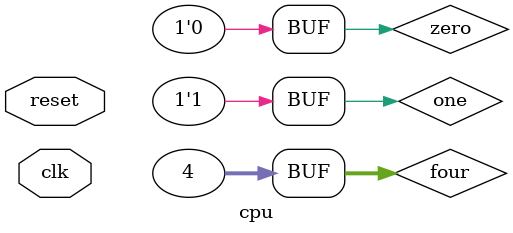
<source format=sv>
module cpu(
    input logic clk,
    input logic reset
);

    const logic zero = 0;
    const logic one = 1;
    const logic[31:0] four = 4;

    logic[31:0] _instr_memory_addr;
    logic[31:0] _write_stage_result; // is output of write_select module
    logic[31:0] _pc_out;
    logic [31:0] _pc_in;
    logic[31:0] _rom_instr_out;
    logic _take_branch; //is output of  branch module 
    logic[31:0] _pc_branch_addr;

    adder add4(
        .a(_instr_memory_addr),
        .b(four),
        .out(_pc_in)
    );
    mux instr_mem_addr_select(  
        .a(_pc_out),
        .b(_pc_branch_addr),
        .select(_take_branch),
        .out(_instr_memory_addr)
    );
    program_counter pc(
        .clk(clk),
        .reset(reset),
        .enable(one),
        .pc_in(_pc_in),
        .pc_out(_pc_out)
    );
    rom instr_memory(
        .word_addr(_instr_memory_addr),
        .rom_out(_rom_instr_out)
    );

    logic[31:0] _pip_if_id_instr_out;
    logic[31:0] _pip_if_id_pc_out;
    logic[31:0] _pip_if_id_pc4_out;


    pipeline_register_if_id pip_if_id(
        .clk(clk),
        .reset(reset),
        .enable(one),
        .instr_in(_rom_instr_out),
        .pc_in(_instr_memory_addr),
        .pc4_in(_pc_in),
        .instr_out(_pip_if_id_instr_out),
        .pc_out(_pip_if_id_pc_out),
        .pc4_out(_pip_if_id_pc4_out)
    );


    logic[25:0] _ctrl_signals;
    control_unit _control_unit(
        .instr(_pip_if_id_instr_out),
        .ctrl_signals(_ctrl_signals)
    );


    logic[3:0] _pip_mem_wb_ctrl_signals_out; // is output of pip_mem_wb
    logic[31:0] _reg_file_read_data_1;
    logic[31:0] _reg_file_read_data_2;
    logic[4:0] _pip_mem_wb_reg_write_addr_out ; // is output of pip_mem_wb
    reg_file  _reg_file(
        .clk(clk),
        .reset(reset),
        .write_enable(_pip_mem_wb_ctrl_signals_out[3]),
        .read_addr_1(_pip_if_id_instr_out[19:15]),
        .read_addr_2(_pip_if_id_instr_out[24:20]),
        .write_addr(_pip_mem_wb_reg_write_addr_out),
        .write_data(_write_stage_result),
        .read_data_1(_reg_file_read_data_1),
        .read_data_2(_reg_file_read_data_2)
    );

    logic[31:0] _imm_val_output;
    imm_select _imm_select(
        .instr(_pip_if_id_instr_out),
        .imm_select_ctrl(_ctrl_signals[18:16]),
        .output_imm_val(_imm_val_output)
    );

    logic _flush_id_ex_pipeline; // is output of hazard unit

    logic[25:0] _pip_id_ex_ctrl_signals_out;
    logic[31:0] _pip_id_ex_read1_out;
    logic[31:0] _pip_id_ex_read2_out;
    logic[31:0] _pip_id_ex_imm_out;
    logic[31:0] _pip_id_ex_pc_out;
    logic[31:0] _pip_id_ex_pc4_out;
    logic[4:0] _pip_id_ex_reg_write_addr_out;
    logic[4:0] _pip_id_ex_rs1_addr_out;
    logic[4:0] _pip_id_ex_rs2_addr_out;
    pipeline_register_id_ex pip_id_ex(
        .clk(clk),
        .reset(_flush_id_ex_pipeline | reset),
        .enable(one),
        .ctrl_signals_in(_ctrl_signals),
        .read1_in(_reg_file_read_data_1),
        .read2_in(_reg_file_read_data_2),
        .imm_in(_imm_val_output),
        .pc_in(_pip_if_id_pc_out),
        .pc4_in(_pip_if_id_pc4_out),
        .reg_write_addr_in(_pip_if_id_instr_out[11:7]),
        .rs1_addr_in(_pip_if_id_instr_out[19:15]),
        .rs2_addr_in(_pip_if_id_instr_out[24:20]),
        .ctrl_signals_out(_pip_id_ex_ctrl_signals_out),
        .read1_out(_pip_id_ex_read1_out),
        .read2_out(_pip_id_ex_read2_out),
        .imm_out(_pip_id_ex_imm_out),
        .pc_out(_pip_id_ex_pc_out),
        .pc4_out(_pip_id_ex_pc4_out),
        .rs1_addr_out(_pip_id_ex_rs1_addr_out),
        .rs2_addr_out(_pip_id_ex_rs2_addr_out),
        .reg_write_addr_out(_pip_id_ex_reg_write_addr_out)
    );

    logic[4:0] _pip_ex_mem_reg_write_addr_out; // is output of pip_ex_mem
    logic[11:0] _pip_ex_mem_ctrl_signals_out;// is output of pip_ex_mem
    logic[1:0] _forward_alu_a;
    logic[1:0] _forward_alu_b;

    hazard_unit _hazard_unit(
        .ex_rs1_addr(_pip_id_ex_rs1_addr_out),
        .ex_rs2_addr(_pip_id_ex_rs2_addr_out),
        .ex_rd_addr(_pip_id_ex_reg_write_addr_out),
        .mem_reg_write_addr(_pip_ex_mem_reg_write_addr_out),
        .mem_reg_write_signal(_pip_ex_mem_ctrl_signals_out[8]),
        .wb_reg_write_signal(_pip_mem_wb_ctrl_signals_out[3]),
        .wb_reg_write_addr(_pip_mem_wb_reg_write_addr_out),
        .take_branch(_take_branch),
        .forward_alu_a(_forward_alu_a),
        .forward_alu_b(_forward_alu_b),
        .flush_dec_ex_pipeline(_flush_id_ex_pipeline)
    );

    logic[31:0] _pip_ex_mem_alu_result_out;
    logic[31:0] _pip_ex_mem_forward_value;
    logic[31:0] _alu_a_in;
    logic[31:0] _alu_b_forward;
    mux2 alu_a_select(
        .a(_pip_id_ex_read1_out),
        .b(32'd0),
        .c(_write_stage_result),
        .d(_pip_ex_mem_forward_value),
        .select(_forward_alu_a),
        .out(_alu_a_in)
    );

    mux2 alu_forward_select(
        .a(_pip_id_ex_read2_out),
        .b(32'd0),
        .c(_write_stage_result),
        .d(_pip_ex_mem_forward_value),
        .select(_forward_alu_b),
        .out(_alu_b_forward)
    );

    logic[31:0] _alu_b_in;
    mux alu_b_select(
        .a(_alu_b_forward),
        .b(_pip_id_ex_imm_out),
        .select(_pip_id_ex_ctrl_signals_out[14]),
        .out(_alu_b_in)
    );
    

    logic[31:0] _alu_result;
    logic[2:0]  _comparison_flags;
    alu _alu(
        .alu_a(_alu_a_in),
        .alu_b(_alu_b_in),
        .alu_operation_type(_pip_id_ex_ctrl_signals_out[12:9]),
        .comparison_mode(_pip_id_ex_ctrl_signals_out[13]),
        .alu_result(_alu_result),
        .comparison_flags(_comparison_flags)
    );
    branch _branch(
        .alu_flags(_comparison_flags),
        .control_flags(_pip_id_ex_ctrl_signals_out[25:19]), 
        .should_branch(_take_branch)
    );
    
    logic[31:0] _pip_ex_mem_pcimm_in;
    adder _adder(
        .a(_pip_id_ex_imm_out),
        .b(_pip_id_ex_pc_out),
        .out(_pip_ex_mem_pcimm_in)
    );

    mux pc_branch_addr_selector(
        .a(_pip_ex_mem_pcimm_in),
        .b(_alu_result),
        .select(_pip_id_ex_ctrl_signals_out[0]),
        .out(_pc_branch_addr)
    );
    logic[31:0] _pip_ex_mem_lt_sgn_ext_out;
    logic[31:0] _pip_ex_mem_ram_data_out;
    logic[31:0] _pip_ex_mem_imm_out;
    logic[31:0] _pip_ex_mem_pcimm_out;// pc+imm
    logic[31:0] _pip_ex_mem_pc4_out;
    pipeline_register_ex_mem pip_ex_mem(
        .clk(clk),
        .reset(zero | reset),
        .enable(one),
        .ctrl_signals_in({1'b0,_pip_id_ex_ctrl_signals_out[15],_pip_id_ex_ctrl_signals_out[8:6],_pip_id_ex_ctrl_signals_out[5:4],_pip_id_ex_ctrl_signals_out[3:1]}), 
        .lt_sgn_ext_in({32{_comparison_flags[2]}}),
        .alu_result_in(_alu_result),
        .ram_data_in(_alu_b_forward),
        .imm_in(_pip_id_ex_imm_out),
        .pcimm_in(_pip_ex_mem_pcimm_in),
        .pc4_in(_pip_id_ex_pc4_out),
        .reg_write_addr_in(_pip_id_ex_reg_write_addr_out),

        .ctrl_signals_out(_pip_ex_mem_ctrl_signals_out),
        .lt_sgn_ext_out(_pip_ex_mem_lt_sgn_ext_out),
        .alu_result_out(_pip_ex_mem_alu_result_out),
        .ram_datain_out(_pip_ex_mem_ram_data_out),
        .imm_out(_pip_ex_mem_imm_out),
        .pcimm_out(_pip_ex_mem_pcimm_out),
        .pc4_out(_pip_ex_mem_pc4_out),
        .reg_write_addr_out(_pip_ex_mem_reg_write_addr_out)
    );

    logic[31:0] _ram_out;
    ram data_memory(
        .clk(clk),
        .word_addr(_pip_ex_mem_alu_result_out),
        .data_in(_pip_ex_mem_ram_data_out),
        .write_ctrl(_pip_ex_mem_ctrl_signals_out[4:3]),
        .read_ctrl(_pip_ex_mem_ctrl_signals_out[7:5]),
        .ram_out(_ram_out)
    );

    logic[31:0] _pip_mem_wb_lt_sgn_ext_out;
    logic[31:0] _pip_mem_wb_ram_output_out;
    logic[31:0] _pip_mem_wb_alu_result_out;
    logic[31:0] _pip_mem_wb_imm_out;
    logic[31:0] _pip_mem_wb_pcimm_out;
    logic[31:0] _pip_mem_wb_pc4_out;

    mux ex_mem_forwad_select(
        .a(_pip_ex_mem_alu_result_out),
        .b(_ram_out),
        .select({_pip_ex_mem_ctrl_signals_out[7:5] >= 3'd1 && _pip_ex_mem_ctrl_signals_out[7:5]<= 3'd5}), // [7:5]  is the ram read signal
        .out(_pip_ex_mem_forward_value)
    );
    pipeline_register_mem_wb pip_mem_wb(
        .clk(clk),
        .reset(zero | reset),
        .enable(one),
        .ctrl_signals_in({_pip_ex_mem_ctrl_signals_out[8],_pip_ex_mem_ctrl_signals_out[2:0]}),
        .lt_sgn_ext_in(_pip_ex_mem_lt_sgn_ext_out),
        .ram_output_in(_ram_out),
        .alu_result_in(_pip_ex_mem_alu_result_out),
        .imm_in(_pip_ex_mem_imm_out),
        .pcimm_in(_pip_ex_mem_pcimm_out),
        .pc4_in(_pip_ex_mem_pc4_out),
        .reg_write_addr_in(_pip_ex_mem_reg_write_addr_out),   

        .ctrl_signals_out(_pip_mem_wb_ctrl_signals_out),
        .lt_sgn_ext_out(_pip_mem_wb_lt_sgn_ext_out),
        .ram_output_out(_pip_mem_wb_ram_output_out),
        .alu_result_out(_pip_mem_wb_alu_result_out),
        .imm_out(_pip_mem_wb_imm_out),
        .pcimm_out(_pip_mem_wb_pcimm_out),
        .pc4_out(_pip_mem_wb_pc4_out),
        .reg_write_addr_out(_pip_mem_wb_reg_write_addr_out)
     );

     mux3 write_select(
        .in0(32'd0),
        .in1(32'd0),
        .in2(_pip_mem_wb_lt_sgn_ext_out),
        .in3(_pip_mem_wb_alu_result_out),
        .in4(_pip_mem_wb_imm_out),
        .in5(_pip_mem_wb_ram_output_out),
        .in6(_pip_mem_wb_pc4_out),
        .in7(_pip_mem_wb_pcimm_out),
        .select(_pip_mem_wb_ctrl_signals_out[2:0]),
        .out(_write_stage_result)
     );
endmodule
</source>
